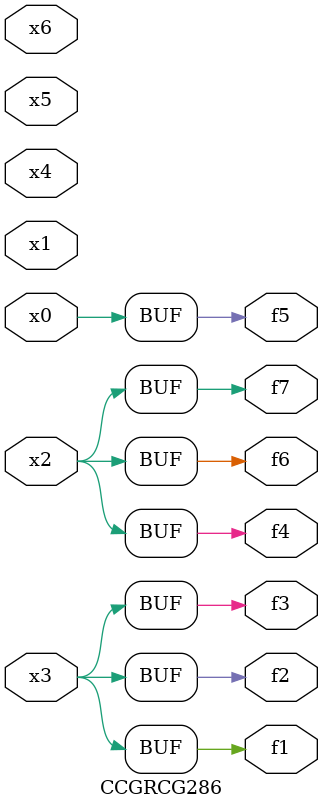
<source format=v>
module CCGRCG286(
	input x0, x1, x2, x3, x4, x5, x6,
	output f1, f2, f3, f4, f5, f6, f7
);
	assign f1 = x3;
	assign f2 = x3;
	assign f3 = x3;
	assign f4 = x2;
	assign f5 = x0;
	assign f6 = x2;
	assign f7 = x2;
endmodule

</source>
